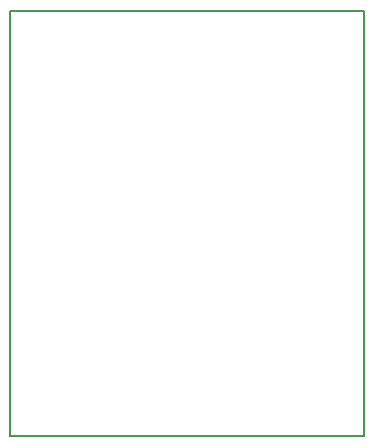
<source format=gbr>
G04 #@! TF.FileFunction,Profile,NP*
%FSLAX46Y46*%
G04 Gerber Fmt 4.6, Leading zero omitted, Abs format (unit mm)*
G04 Created by KiCad (PCBNEW 4.0.6) date 02/09/18 16:59:13*
%MOMM*%
%LPD*%
G01*
G04 APERTURE LIST*
%ADD10C,0.100000*%
%ADD11C,0.150000*%
G04 APERTURE END LIST*
D10*
D11*
X73660000Y-115130000D02*
X73660000Y-151130000D01*
X103660000Y-115130000D02*
X73660000Y-115130000D01*
X103660000Y-151130000D02*
X103660000Y-115130000D01*
X73660000Y-151130000D02*
X103660000Y-151130000D01*
M02*

</source>
